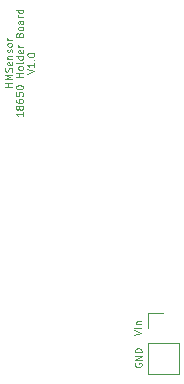
<source format=gto>
G04 #@! TF.FileFunction,Legend,Top*
%FSLAX46Y46*%
G04 Gerber Fmt 4.6, Leading zero omitted, Abs format (unit mm)*
G04 Created by KiCad (PCBNEW 4.0.2-stable) date 07.07.2017 11:43:19*
%MOMM*%
G01*
G04 APERTURE LIST*
%ADD10C,0.100000*%
%ADD11C,0.120000*%
G04 APERTURE END LIST*
D10*
X175861429Y-86991571D02*
X175261429Y-86991571D01*
X175547143Y-86991571D02*
X175547143Y-86648714D01*
X175861429Y-86648714D02*
X175261429Y-86648714D01*
X175861429Y-86363000D02*
X175261429Y-86363000D01*
X175690000Y-86163000D01*
X175261429Y-85963000D01*
X175861429Y-85963000D01*
X175832857Y-85705857D02*
X175861429Y-85620143D01*
X175861429Y-85477286D01*
X175832857Y-85420143D01*
X175804286Y-85391572D01*
X175747143Y-85363000D01*
X175690000Y-85363000D01*
X175632857Y-85391572D01*
X175604286Y-85420143D01*
X175575714Y-85477286D01*
X175547143Y-85591572D01*
X175518571Y-85648714D01*
X175490000Y-85677286D01*
X175432857Y-85705857D01*
X175375714Y-85705857D01*
X175318571Y-85677286D01*
X175290000Y-85648714D01*
X175261429Y-85591572D01*
X175261429Y-85448714D01*
X175290000Y-85363000D01*
X175832857Y-84877285D02*
X175861429Y-84934428D01*
X175861429Y-85048714D01*
X175832857Y-85105857D01*
X175775714Y-85134428D01*
X175547143Y-85134428D01*
X175490000Y-85105857D01*
X175461429Y-85048714D01*
X175461429Y-84934428D01*
X175490000Y-84877285D01*
X175547143Y-84848714D01*
X175604286Y-84848714D01*
X175661429Y-85134428D01*
X175461429Y-84591571D02*
X175861429Y-84591571D01*
X175518571Y-84591571D02*
X175490000Y-84562999D01*
X175461429Y-84505857D01*
X175461429Y-84420142D01*
X175490000Y-84362999D01*
X175547143Y-84334428D01*
X175861429Y-84334428D01*
X175832857Y-84077285D02*
X175861429Y-84020142D01*
X175861429Y-83905857D01*
X175832857Y-83848714D01*
X175775714Y-83820142D01*
X175747143Y-83820142D01*
X175690000Y-83848714D01*
X175661429Y-83905857D01*
X175661429Y-83991571D01*
X175632857Y-84048714D01*
X175575714Y-84077285D01*
X175547143Y-84077285D01*
X175490000Y-84048714D01*
X175461429Y-83991571D01*
X175461429Y-83905857D01*
X175490000Y-83848714D01*
X175861429Y-83477286D02*
X175832857Y-83534428D01*
X175804286Y-83563000D01*
X175747143Y-83591571D01*
X175575714Y-83591571D01*
X175518571Y-83563000D01*
X175490000Y-83534428D01*
X175461429Y-83477286D01*
X175461429Y-83391571D01*
X175490000Y-83334428D01*
X175518571Y-83305857D01*
X175575714Y-83277286D01*
X175747143Y-83277286D01*
X175804286Y-83305857D01*
X175832857Y-83334428D01*
X175861429Y-83391571D01*
X175861429Y-83477286D01*
X175861429Y-83020143D02*
X175461429Y-83020143D01*
X175575714Y-83020143D02*
X175518571Y-82991571D01*
X175490000Y-82963000D01*
X175461429Y-82905857D01*
X175461429Y-82848714D01*
X176801429Y-89148715D02*
X176801429Y-89491572D01*
X176801429Y-89320144D02*
X176201429Y-89320144D01*
X176287143Y-89377287D01*
X176344286Y-89434429D01*
X176372857Y-89491572D01*
X176458571Y-88805858D02*
X176430000Y-88863000D01*
X176401429Y-88891572D01*
X176344286Y-88920143D01*
X176315714Y-88920143D01*
X176258571Y-88891572D01*
X176230000Y-88863000D01*
X176201429Y-88805858D01*
X176201429Y-88691572D01*
X176230000Y-88634429D01*
X176258571Y-88605858D01*
X176315714Y-88577286D01*
X176344286Y-88577286D01*
X176401429Y-88605858D01*
X176430000Y-88634429D01*
X176458571Y-88691572D01*
X176458571Y-88805858D01*
X176487143Y-88863000D01*
X176515714Y-88891572D01*
X176572857Y-88920143D01*
X176687143Y-88920143D01*
X176744286Y-88891572D01*
X176772857Y-88863000D01*
X176801429Y-88805858D01*
X176801429Y-88691572D01*
X176772857Y-88634429D01*
X176744286Y-88605858D01*
X176687143Y-88577286D01*
X176572857Y-88577286D01*
X176515714Y-88605858D01*
X176487143Y-88634429D01*
X176458571Y-88691572D01*
X176201429Y-88063000D02*
X176201429Y-88177286D01*
X176230000Y-88234429D01*
X176258571Y-88263000D01*
X176344286Y-88320143D01*
X176458571Y-88348714D01*
X176687143Y-88348714D01*
X176744286Y-88320143D01*
X176772857Y-88291571D01*
X176801429Y-88234429D01*
X176801429Y-88120143D01*
X176772857Y-88063000D01*
X176744286Y-88034429D01*
X176687143Y-88005857D01*
X176544286Y-88005857D01*
X176487143Y-88034429D01*
X176458571Y-88063000D01*
X176430000Y-88120143D01*
X176430000Y-88234429D01*
X176458571Y-88291571D01*
X176487143Y-88320143D01*
X176544286Y-88348714D01*
X176201429Y-87463000D02*
X176201429Y-87748714D01*
X176487143Y-87777285D01*
X176458571Y-87748714D01*
X176430000Y-87691571D01*
X176430000Y-87548714D01*
X176458571Y-87491571D01*
X176487143Y-87463000D01*
X176544286Y-87434428D01*
X176687143Y-87434428D01*
X176744286Y-87463000D01*
X176772857Y-87491571D01*
X176801429Y-87548714D01*
X176801429Y-87691571D01*
X176772857Y-87748714D01*
X176744286Y-87777285D01*
X176201429Y-87062999D02*
X176201429Y-87005856D01*
X176230000Y-86948713D01*
X176258571Y-86920142D01*
X176315714Y-86891571D01*
X176430000Y-86862999D01*
X176572857Y-86862999D01*
X176687143Y-86891571D01*
X176744286Y-86920142D01*
X176772857Y-86948713D01*
X176801429Y-87005856D01*
X176801429Y-87062999D01*
X176772857Y-87120142D01*
X176744286Y-87148713D01*
X176687143Y-87177285D01*
X176572857Y-87205856D01*
X176430000Y-87205856D01*
X176315714Y-87177285D01*
X176258571Y-87148713D01*
X176230000Y-87120142D01*
X176201429Y-87062999D01*
X176801429Y-86148713D02*
X176201429Y-86148713D01*
X176487143Y-86148713D02*
X176487143Y-85805856D01*
X176801429Y-85805856D02*
X176201429Y-85805856D01*
X176801429Y-85434428D02*
X176772857Y-85491570D01*
X176744286Y-85520142D01*
X176687143Y-85548713D01*
X176515714Y-85548713D01*
X176458571Y-85520142D01*
X176430000Y-85491570D01*
X176401429Y-85434428D01*
X176401429Y-85348713D01*
X176430000Y-85291570D01*
X176458571Y-85262999D01*
X176515714Y-85234428D01*
X176687143Y-85234428D01*
X176744286Y-85262999D01*
X176772857Y-85291570D01*
X176801429Y-85348713D01*
X176801429Y-85434428D01*
X176801429Y-84891571D02*
X176772857Y-84948713D01*
X176715714Y-84977285D01*
X176201429Y-84977285D01*
X176801429Y-84405856D02*
X176201429Y-84405856D01*
X176772857Y-84405856D02*
X176801429Y-84462999D01*
X176801429Y-84577285D01*
X176772857Y-84634427D01*
X176744286Y-84662999D01*
X176687143Y-84691570D01*
X176515714Y-84691570D01*
X176458571Y-84662999D01*
X176430000Y-84634427D01*
X176401429Y-84577285D01*
X176401429Y-84462999D01*
X176430000Y-84405856D01*
X176772857Y-83891570D02*
X176801429Y-83948713D01*
X176801429Y-84062999D01*
X176772857Y-84120142D01*
X176715714Y-84148713D01*
X176487143Y-84148713D01*
X176430000Y-84120142D01*
X176401429Y-84062999D01*
X176401429Y-83948713D01*
X176430000Y-83891570D01*
X176487143Y-83862999D01*
X176544286Y-83862999D01*
X176601429Y-84148713D01*
X176801429Y-83605856D02*
X176401429Y-83605856D01*
X176515714Y-83605856D02*
X176458571Y-83577284D01*
X176430000Y-83548713D01*
X176401429Y-83491570D01*
X176401429Y-83434427D01*
X176487143Y-82577284D02*
X176515714Y-82491570D01*
X176544286Y-82462998D01*
X176601429Y-82434427D01*
X176687143Y-82434427D01*
X176744286Y-82462998D01*
X176772857Y-82491570D01*
X176801429Y-82548712D01*
X176801429Y-82777284D01*
X176201429Y-82777284D01*
X176201429Y-82577284D01*
X176230000Y-82520141D01*
X176258571Y-82491570D01*
X176315714Y-82462998D01*
X176372857Y-82462998D01*
X176430000Y-82491570D01*
X176458571Y-82520141D01*
X176487143Y-82577284D01*
X176487143Y-82777284D01*
X176801429Y-82091570D02*
X176772857Y-82148712D01*
X176744286Y-82177284D01*
X176687143Y-82205855D01*
X176515714Y-82205855D01*
X176458571Y-82177284D01*
X176430000Y-82148712D01*
X176401429Y-82091570D01*
X176401429Y-82005855D01*
X176430000Y-81948712D01*
X176458571Y-81920141D01*
X176515714Y-81891570D01*
X176687143Y-81891570D01*
X176744286Y-81920141D01*
X176772857Y-81948712D01*
X176801429Y-82005855D01*
X176801429Y-82091570D01*
X176801429Y-81377284D02*
X176487143Y-81377284D01*
X176430000Y-81405855D01*
X176401429Y-81462998D01*
X176401429Y-81577284D01*
X176430000Y-81634427D01*
X176772857Y-81377284D02*
X176801429Y-81434427D01*
X176801429Y-81577284D01*
X176772857Y-81634427D01*
X176715714Y-81662998D01*
X176658571Y-81662998D01*
X176601429Y-81634427D01*
X176572857Y-81577284D01*
X176572857Y-81434427D01*
X176544286Y-81377284D01*
X176801429Y-81091570D02*
X176401429Y-81091570D01*
X176515714Y-81091570D02*
X176458571Y-81062998D01*
X176430000Y-81034427D01*
X176401429Y-80977284D01*
X176401429Y-80920141D01*
X176801429Y-80462998D02*
X176201429Y-80462998D01*
X176772857Y-80462998D02*
X176801429Y-80520141D01*
X176801429Y-80634427D01*
X176772857Y-80691569D01*
X176744286Y-80720141D01*
X176687143Y-80748712D01*
X176515714Y-80748712D01*
X176458571Y-80720141D01*
X176430000Y-80691569D01*
X176401429Y-80634427D01*
X176401429Y-80520141D01*
X176430000Y-80462998D01*
X177141429Y-85877286D02*
X177741429Y-85677286D01*
X177141429Y-85477286D01*
X177741429Y-84963000D02*
X177741429Y-85305857D01*
X177741429Y-85134429D02*
X177141429Y-85134429D01*
X177227143Y-85191572D01*
X177284286Y-85248714D01*
X177312857Y-85305857D01*
X177684286Y-84705857D02*
X177712857Y-84677285D01*
X177741429Y-84705857D01*
X177712857Y-84734428D01*
X177684286Y-84705857D01*
X177741429Y-84705857D01*
X177141429Y-84305857D02*
X177141429Y-84248714D01*
X177170000Y-84191571D01*
X177198571Y-84163000D01*
X177255714Y-84134429D01*
X177370000Y-84105857D01*
X177512857Y-84105857D01*
X177627143Y-84134429D01*
X177684286Y-84163000D01*
X177712857Y-84191571D01*
X177741429Y-84248714D01*
X177741429Y-84305857D01*
X177712857Y-84363000D01*
X177684286Y-84391571D01*
X177627143Y-84420143D01*
X177512857Y-84448714D01*
X177370000Y-84448714D01*
X177255714Y-84420143D01*
X177198571Y-84391571D01*
X177170000Y-84363000D01*
X177141429Y-84305857D01*
X186170929Y-107992785D02*
X186770929Y-107792785D01*
X186170929Y-107592785D01*
X186770929Y-107392785D02*
X186370929Y-107392785D01*
X186170929Y-107392785D02*
X186199500Y-107421356D01*
X186228071Y-107392785D01*
X186199500Y-107364213D01*
X186170929Y-107392785D01*
X186228071Y-107392785D01*
X186370929Y-107107071D02*
X186770929Y-107107071D01*
X186428071Y-107107071D02*
X186399500Y-107078499D01*
X186370929Y-107021357D01*
X186370929Y-106935642D01*
X186399500Y-106878499D01*
X186456643Y-106849928D01*
X186770929Y-106849928D01*
X186263000Y-110375642D02*
X186234429Y-110432785D01*
X186234429Y-110518499D01*
X186263000Y-110604214D01*
X186320143Y-110661356D01*
X186377286Y-110689928D01*
X186491571Y-110718499D01*
X186577286Y-110718499D01*
X186691571Y-110689928D01*
X186748714Y-110661356D01*
X186805857Y-110604214D01*
X186834429Y-110518499D01*
X186834429Y-110461356D01*
X186805857Y-110375642D01*
X186777286Y-110347071D01*
X186577286Y-110347071D01*
X186577286Y-110461356D01*
X186834429Y-110089928D02*
X186234429Y-110089928D01*
X186834429Y-109747071D01*
X186234429Y-109747071D01*
X186834429Y-109461357D02*
X186234429Y-109461357D01*
X186234429Y-109318500D01*
X186263000Y-109232785D01*
X186320143Y-109175643D01*
X186377286Y-109147071D01*
X186491571Y-109118500D01*
X186577286Y-109118500D01*
X186691571Y-109147071D01*
X186748714Y-109175643D01*
X186805857Y-109232785D01*
X186834429Y-109318500D01*
X186834429Y-109461357D01*
D11*
X187328500Y-108712000D02*
X187328500Y-111312000D01*
X187328500Y-111312000D02*
X189988500Y-111312000D01*
X189988500Y-111312000D02*
X189988500Y-108712000D01*
X189988500Y-108712000D02*
X187328500Y-108712000D01*
X187328500Y-107442000D02*
X187328500Y-106112000D01*
X187328500Y-106112000D02*
X188658500Y-106112000D01*
M02*

</source>
